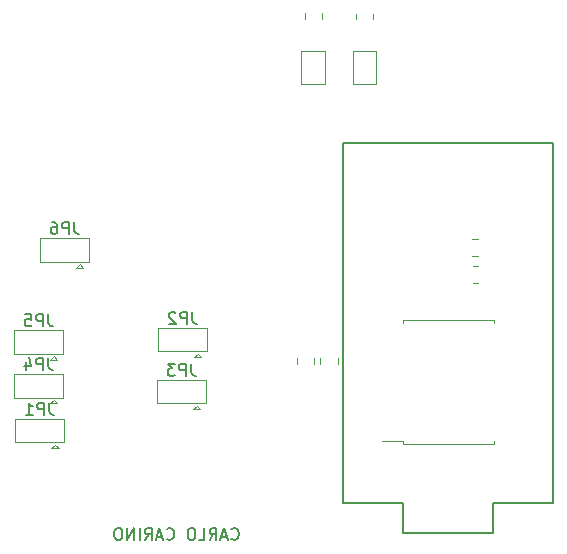
<source format=gbr>
%TF.GenerationSoftware,KiCad,Pcbnew,(5.1.10)-1*%
%TF.CreationDate,2022-02-24T16:30:35+08:00*%
%TF.ProjectId,hat,6861742e-6b69-4636-9164-5f7063625858,rev?*%
%TF.SameCoordinates,Original*%
%TF.FileFunction,Legend,Bot*%
%TF.FilePolarity,Positive*%
%FSLAX46Y46*%
G04 Gerber Fmt 4.6, Leading zero omitted, Abs format (unit mm)*
G04 Created by KiCad (PCBNEW (5.1.10)-1) date 2022-02-24 16:30:35*
%MOMM*%
%LPD*%
G01*
G04 APERTURE LIST*
%ADD10C,0.150000*%
%ADD11C,0.120000*%
G04 APERTURE END LIST*
D10*
X149542857Y-118957142D02*
X149590476Y-119004761D01*
X149733333Y-119052380D01*
X149828571Y-119052380D01*
X149971428Y-119004761D01*
X150066666Y-118909523D01*
X150114285Y-118814285D01*
X150161904Y-118623809D01*
X150161904Y-118480952D01*
X150114285Y-118290476D01*
X150066666Y-118195238D01*
X149971428Y-118100000D01*
X149828571Y-118052380D01*
X149733333Y-118052380D01*
X149590476Y-118100000D01*
X149542857Y-118147619D01*
X149161904Y-118766666D02*
X148685714Y-118766666D01*
X149257142Y-119052380D02*
X148923809Y-118052380D01*
X148590476Y-119052380D01*
X147685714Y-119052380D02*
X148019047Y-118576190D01*
X148257142Y-119052380D02*
X148257142Y-118052380D01*
X147876190Y-118052380D01*
X147780952Y-118100000D01*
X147733333Y-118147619D01*
X147685714Y-118242857D01*
X147685714Y-118385714D01*
X147733333Y-118480952D01*
X147780952Y-118528571D01*
X147876190Y-118576190D01*
X148257142Y-118576190D01*
X146780952Y-119052380D02*
X147257142Y-119052380D01*
X147257142Y-118052380D01*
X146257142Y-118052380D02*
X146066666Y-118052380D01*
X145971428Y-118100000D01*
X145876190Y-118195238D01*
X145828571Y-118385714D01*
X145828571Y-118719047D01*
X145876190Y-118909523D01*
X145971428Y-119004761D01*
X146066666Y-119052380D01*
X146257142Y-119052380D01*
X146352380Y-119004761D01*
X146447619Y-118909523D01*
X146495238Y-118719047D01*
X146495238Y-118385714D01*
X146447619Y-118195238D01*
X146352380Y-118100000D01*
X146257142Y-118052380D01*
X144066666Y-118957142D02*
X144114285Y-119004761D01*
X144257142Y-119052380D01*
X144352380Y-119052380D01*
X144495238Y-119004761D01*
X144590476Y-118909523D01*
X144638095Y-118814285D01*
X144685714Y-118623809D01*
X144685714Y-118480952D01*
X144638095Y-118290476D01*
X144590476Y-118195238D01*
X144495238Y-118100000D01*
X144352380Y-118052380D01*
X144257142Y-118052380D01*
X144114285Y-118100000D01*
X144066666Y-118147619D01*
X143685714Y-118766666D02*
X143209523Y-118766666D01*
X143780952Y-119052380D02*
X143447619Y-118052380D01*
X143114285Y-119052380D01*
X142209523Y-119052380D02*
X142542857Y-118576190D01*
X142780952Y-119052380D02*
X142780952Y-118052380D01*
X142400000Y-118052380D01*
X142304761Y-118100000D01*
X142257142Y-118147619D01*
X142209523Y-118242857D01*
X142209523Y-118385714D01*
X142257142Y-118480952D01*
X142304761Y-118528571D01*
X142400000Y-118576190D01*
X142780952Y-118576190D01*
X141780952Y-119052380D02*
X141780952Y-118052380D01*
X141304761Y-119052380D02*
X141304761Y-118052380D01*
X140733333Y-119052380D01*
X140733333Y-118052380D01*
X140066666Y-118052380D02*
X139876190Y-118052380D01*
X139780952Y-118100000D01*
X139685714Y-118195238D01*
X139638095Y-118385714D01*
X139638095Y-118719047D01*
X139685714Y-118909523D01*
X139780952Y-119004761D01*
X139876190Y-119052380D01*
X140066666Y-119052380D01*
X140161904Y-119004761D01*
X140257142Y-118909523D01*
X140304761Y-118719047D01*
X140304761Y-118385714D01*
X140257142Y-118195238D01*
X140161904Y-118100000D01*
X140066666Y-118052380D01*
%TO.C,U4*%
X158960000Y-115900000D02*
X158960000Y-85420000D01*
X164040000Y-115900000D02*
X158960000Y-115900000D01*
X164040000Y-118440000D02*
X164040000Y-115900000D01*
X171660000Y-118440000D02*
X164040000Y-118440000D01*
X171660000Y-115900000D02*
X171660000Y-118440000D01*
X176740000Y-115900000D02*
X171660000Y-115900000D01*
X176740000Y-85420000D02*
X176740000Y-115900000D01*
X158960000Y-85420000D02*
X176740000Y-85420000D01*
D11*
%TO.C,U6*%
X164090000Y-110710000D02*
X162275000Y-110710000D01*
X164090000Y-110965000D02*
X164090000Y-110710000D01*
X167950000Y-110965000D02*
X164090000Y-110965000D01*
X171810000Y-110965000D02*
X171810000Y-110710000D01*
X167950000Y-110965000D02*
X171810000Y-110965000D01*
X164090000Y-100445000D02*
X164090000Y-100700000D01*
X167950000Y-100445000D02*
X164090000Y-100445000D01*
X171810000Y-100445000D02*
X171810000Y-100700000D01*
X167950000Y-100445000D02*
X171810000Y-100445000D01*
%TO.C,C7*%
X157065000Y-104161252D02*
X157065000Y-103638748D01*
X158535000Y-104161252D02*
X158535000Y-103638748D01*
%TO.C,C6*%
X155065000Y-104161252D02*
X155065000Y-103638748D01*
X156535000Y-104161252D02*
X156535000Y-103638748D01*
%TO.C,R10*%
X161535000Y-74502936D02*
X161535000Y-74957064D01*
X160065000Y-74502936D02*
X160065000Y-74957064D01*
%TO.C,R9*%
X155735000Y-74937064D02*
X155735000Y-74482936D01*
X157205000Y-74937064D02*
X157205000Y-74482936D01*
%TO.C,R8*%
X169932936Y-93565000D02*
X170387064Y-93565000D01*
X169932936Y-95035000D02*
X170387064Y-95035000D01*
%TO.C,R7*%
X169952936Y-95825000D02*
X170407064Y-95825000D01*
X169952936Y-97295000D02*
X170407064Y-97295000D01*
%TO.C,JP8*%
X159810000Y-77640000D02*
X159810000Y-80440000D01*
X159810000Y-80440000D02*
X161810000Y-80440000D01*
X161810000Y-80440000D02*
X161810000Y-77640000D01*
X161810000Y-77640000D02*
X159810000Y-77640000D01*
%TO.C,JP7*%
X155470000Y-77630000D02*
X155470000Y-80430000D01*
X155470000Y-80430000D02*
X157470000Y-80430000D01*
X157470000Y-80430000D02*
X157470000Y-77630000D01*
X157470000Y-77630000D02*
X155470000Y-77630000D01*
%TO.C,JP6*%
X137450000Y-93500000D02*
X133350000Y-93500000D01*
X133350000Y-93500000D02*
X133350000Y-95500000D01*
X133350000Y-95500000D02*
X137450000Y-95500000D01*
X137450000Y-95500000D02*
X137450000Y-93500000D01*
X136700000Y-95700000D02*
X137000000Y-96000000D01*
X137000000Y-96000000D02*
X136400000Y-96000000D01*
X136700000Y-95700000D02*
X136400000Y-96000000D01*
%TO.C,JP5*%
X135250000Y-101300000D02*
X131150000Y-101300000D01*
X131150000Y-101300000D02*
X131150000Y-103300000D01*
X131150000Y-103300000D02*
X135250000Y-103300000D01*
X135250000Y-103300000D02*
X135250000Y-101300000D01*
X134500000Y-103500000D02*
X134800000Y-103800000D01*
X134800000Y-103800000D02*
X134200000Y-103800000D01*
X134500000Y-103500000D02*
X134200000Y-103800000D01*
%TO.C,JP4*%
X135250000Y-105000000D02*
X131150000Y-105000000D01*
X131150000Y-105000000D02*
X131150000Y-107000000D01*
X131150000Y-107000000D02*
X135250000Y-107000000D01*
X135250000Y-107000000D02*
X135250000Y-105000000D01*
X134500000Y-107200000D02*
X134800000Y-107500000D01*
X134800000Y-107500000D02*
X134200000Y-107500000D01*
X134500000Y-107200000D02*
X134200000Y-107500000D01*
%TO.C,JP3*%
X147350000Y-105500000D02*
X143250000Y-105500000D01*
X143250000Y-105500000D02*
X143250000Y-107500000D01*
X143250000Y-107500000D02*
X147350000Y-107500000D01*
X147350000Y-107500000D02*
X147350000Y-105500000D01*
X146600000Y-107700000D02*
X146900000Y-108000000D01*
X146900000Y-108000000D02*
X146300000Y-108000000D01*
X146600000Y-107700000D02*
X146300000Y-108000000D01*
%TO.C,JP2*%
X147450000Y-101100000D02*
X143350000Y-101100000D01*
X143350000Y-101100000D02*
X143350000Y-103100000D01*
X143350000Y-103100000D02*
X147450000Y-103100000D01*
X147450000Y-103100000D02*
X147450000Y-101100000D01*
X146700000Y-103300000D02*
X147000000Y-103600000D01*
X147000000Y-103600000D02*
X146400000Y-103600000D01*
X146700000Y-103300000D02*
X146400000Y-103600000D01*
%TO.C,JP1*%
X135350000Y-108800000D02*
X131250000Y-108800000D01*
X131250000Y-108800000D02*
X131250000Y-110800000D01*
X131250000Y-110800000D02*
X135350000Y-110800000D01*
X135350000Y-110800000D02*
X135350000Y-108800000D01*
X134600000Y-111000000D02*
X134900000Y-111300000D01*
X134900000Y-111300000D02*
X134300000Y-111300000D01*
X134600000Y-111000000D02*
X134300000Y-111300000D01*
%TO.C,JP6*%
D10*
X136233333Y-92152380D02*
X136233333Y-92866666D01*
X136280952Y-93009523D01*
X136376190Y-93104761D01*
X136519047Y-93152380D01*
X136614285Y-93152380D01*
X135757142Y-93152380D02*
X135757142Y-92152380D01*
X135376190Y-92152380D01*
X135280952Y-92200000D01*
X135233333Y-92247619D01*
X135185714Y-92342857D01*
X135185714Y-92485714D01*
X135233333Y-92580952D01*
X135280952Y-92628571D01*
X135376190Y-92676190D01*
X135757142Y-92676190D01*
X134328571Y-92152380D02*
X134519047Y-92152380D01*
X134614285Y-92200000D01*
X134661904Y-92247619D01*
X134757142Y-92390476D01*
X134804761Y-92580952D01*
X134804761Y-92961904D01*
X134757142Y-93057142D01*
X134709523Y-93104761D01*
X134614285Y-93152380D01*
X134423809Y-93152380D01*
X134328571Y-93104761D01*
X134280952Y-93057142D01*
X134233333Y-92961904D01*
X134233333Y-92723809D01*
X134280952Y-92628571D01*
X134328571Y-92580952D01*
X134423809Y-92533333D01*
X134614285Y-92533333D01*
X134709523Y-92580952D01*
X134757142Y-92628571D01*
X134804761Y-92723809D01*
%TO.C,JP5*%
X134033333Y-99952380D02*
X134033333Y-100666666D01*
X134080952Y-100809523D01*
X134176190Y-100904761D01*
X134319047Y-100952380D01*
X134414285Y-100952380D01*
X133557142Y-100952380D02*
X133557142Y-99952380D01*
X133176190Y-99952380D01*
X133080952Y-100000000D01*
X133033333Y-100047619D01*
X132985714Y-100142857D01*
X132985714Y-100285714D01*
X133033333Y-100380952D01*
X133080952Y-100428571D01*
X133176190Y-100476190D01*
X133557142Y-100476190D01*
X132080952Y-99952380D02*
X132557142Y-99952380D01*
X132604761Y-100428571D01*
X132557142Y-100380952D01*
X132461904Y-100333333D01*
X132223809Y-100333333D01*
X132128571Y-100380952D01*
X132080952Y-100428571D01*
X132033333Y-100523809D01*
X132033333Y-100761904D01*
X132080952Y-100857142D01*
X132128571Y-100904761D01*
X132223809Y-100952380D01*
X132461904Y-100952380D01*
X132557142Y-100904761D01*
X132604761Y-100857142D01*
%TO.C,JP4*%
X134033333Y-103652380D02*
X134033333Y-104366666D01*
X134080952Y-104509523D01*
X134176190Y-104604761D01*
X134319047Y-104652380D01*
X134414285Y-104652380D01*
X133557142Y-104652380D02*
X133557142Y-103652380D01*
X133176190Y-103652380D01*
X133080952Y-103700000D01*
X133033333Y-103747619D01*
X132985714Y-103842857D01*
X132985714Y-103985714D01*
X133033333Y-104080952D01*
X133080952Y-104128571D01*
X133176190Y-104176190D01*
X133557142Y-104176190D01*
X132128571Y-103985714D02*
X132128571Y-104652380D01*
X132366666Y-103604761D02*
X132604761Y-104319047D01*
X131985714Y-104319047D01*
%TO.C,JP3*%
X146133333Y-104152380D02*
X146133333Y-104866666D01*
X146180952Y-105009523D01*
X146276190Y-105104761D01*
X146419047Y-105152380D01*
X146514285Y-105152380D01*
X145657142Y-105152380D02*
X145657142Y-104152380D01*
X145276190Y-104152380D01*
X145180952Y-104200000D01*
X145133333Y-104247619D01*
X145085714Y-104342857D01*
X145085714Y-104485714D01*
X145133333Y-104580952D01*
X145180952Y-104628571D01*
X145276190Y-104676190D01*
X145657142Y-104676190D01*
X144752380Y-104152380D02*
X144133333Y-104152380D01*
X144466666Y-104533333D01*
X144323809Y-104533333D01*
X144228571Y-104580952D01*
X144180952Y-104628571D01*
X144133333Y-104723809D01*
X144133333Y-104961904D01*
X144180952Y-105057142D01*
X144228571Y-105104761D01*
X144323809Y-105152380D01*
X144609523Y-105152380D01*
X144704761Y-105104761D01*
X144752380Y-105057142D01*
%TO.C,JP2*%
X146233333Y-99752380D02*
X146233333Y-100466666D01*
X146280952Y-100609523D01*
X146376190Y-100704761D01*
X146519047Y-100752380D01*
X146614285Y-100752380D01*
X145757142Y-100752380D02*
X145757142Y-99752380D01*
X145376190Y-99752380D01*
X145280952Y-99800000D01*
X145233333Y-99847619D01*
X145185714Y-99942857D01*
X145185714Y-100085714D01*
X145233333Y-100180952D01*
X145280952Y-100228571D01*
X145376190Y-100276190D01*
X145757142Y-100276190D01*
X144804761Y-99847619D02*
X144757142Y-99800000D01*
X144661904Y-99752380D01*
X144423809Y-99752380D01*
X144328571Y-99800000D01*
X144280952Y-99847619D01*
X144233333Y-99942857D01*
X144233333Y-100038095D01*
X144280952Y-100180952D01*
X144852380Y-100752380D01*
X144233333Y-100752380D01*
%TO.C,JP1*%
X134133333Y-107452380D02*
X134133333Y-108166666D01*
X134180952Y-108309523D01*
X134276190Y-108404761D01*
X134419047Y-108452380D01*
X134514285Y-108452380D01*
X133657142Y-108452380D02*
X133657142Y-107452380D01*
X133276190Y-107452380D01*
X133180952Y-107500000D01*
X133133333Y-107547619D01*
X133085714Y-107642857D01*
X133085714Y-107785714D01*
X133133333Y-107880952D01*
X133180952Y-107928571D01*
X133276190Y-107976190D01*
X133657142Y-107976190D01*
X132133333Y-108452380D02*
X132704761Y-108452380D01*
X132419047Y-108452380D02*
X132419047Y-107452380D01*
X132514285Y-107595238D01*
X132609523Y-107690476D01*
X132704761Y-107738095D01*
%TD*%
M02*

</source>
